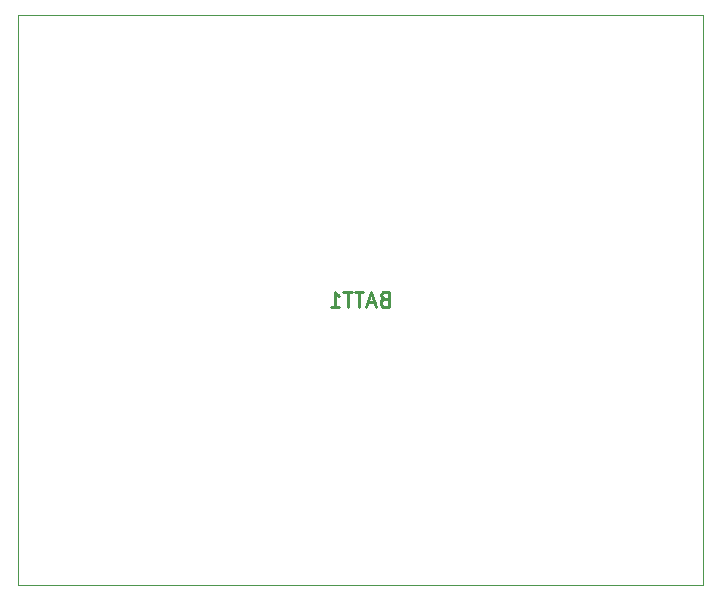
<source format=gbo>
G04 #@! TF.GenerationSoftware,KiCad,Pcbnew,(5.1.5)-3*
G04 #@! TF.CreationDate,2020-02-03T22:04:10-05:00*
G04 #@! TF.ProjectId,punk,70756e6b-2e6b-4696-9361-645f70636258,rev?*
G04 #@! TF.SameCoordinates,Original*
G04 #@! TF.FileFunction,Legend,Bot*
G04 #@! TF.FilePolarity,Positive*
%FSLAX46Y46*%
G04 Gerber Fmt 4.6, Leading zero omitted, Abs format (unit mm)*
G04 Created by KiCad (PCBNEW (5.1.5)-3) date 2020-02-03 22:04:10*
%MOMM*%
%LPD*%
G04 APERTURE LIST*
%ADD10C,0.100000*%
%ADD11C,0.254000*%
G04 APERTURE END LIST*
D10*
X157700000Y-119950000D02*
X157700000Y-71650000D01*
X99700000Y-119950000D02*
X157700000Y-119950000D01*
X99700000Y-71650000D02*
X99700000Y-119950000D01*
X157700000Y-71650000D02*
X99700000Y-71650000D01*
D11*
X130725952Y-95709285D02*
X130544523Y-95769761D01*
X130484047Y-95830238D01*
X130423571Y-95951190D01*
X130423571Y-96132619D01*
X130484047Y-96253571D01*
X130544523Y-96314047D01*
X130665476Y-96374523D01*
X131149285Y-96374523D01*
X131149285Y-95104523D01*
X130725952Y-95104523D01*
X130605000Y-95165000D01*
X130544523Y-95225476D01*
X130484047Y-95346428D01*
X130484047Y-95467380D01*
X130544523Y-95588333D01*
X130605000Y-95648809D01*
X130725952Y-95709285D01*
X131149285Y-95709285D01*
X129939761Y-96011666D02*
X129335000Y-96011666D01*
X130060714Y-96374523D02*
X129637380Y-95104523D01*
X129214047Y-96374523D01*
X128972142Y-95104523D02*
X128246428Y-95104523D01*
X128609285Y-96374523D02*
X128609285Y-95104523D01*
X128004523Y-95104523D02*
X127278809Y-95104523D01*
X127641666Y-96374523D02*
X127641666Y-95104523D01*
X126190238Y-96374523D02*
X126915952Y-96374523D01*
X126553095Y-96374523D02*
X126553095Y-95104523D01*
X126674047Y-95285952D01*
X126795000Y-95406904D01*
X126915952Y-95467380D01*
M02*

</source>
